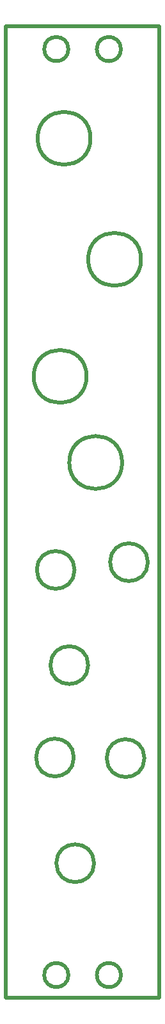
<source format=gbr>
%TF.GenerationSoftware,KiCad,Pcbnew,(7.0.0)*%
%TF.CreationDate,2023-03-26T18:05:45-07:00*%
%TF.ProjectId,frontpanel,66726f6e-7470-4616-9e65-6c2e6b696361,rev?*%
%TF.SameCoordinates,Original*%
%TF.FileFunction,Profile,NP*%
%FSLAX46Y46*%
G04 Gerber Fmt 4.6, Leading zero omitted, Abs format (unit mm)*
G04 Created by KiCad (PCBNEW (7.0.0)) date 2023-03-26 18:05:45*
%MOMM*%
%LPD*%
G01*
G04 APERTURE LIST*
%TA.AperFunction,Profile*%
%ADD10C,0.500000*%
%TD*%
G04 APERTURE END LIST*
D10*
X33980000Y-22300000D02*
G75*
G03*
X33980000Y-22300000I-1600000J0D01*
G01*
X25700000Y-19300000D02*
X46019999Y-19300000D01*
X46019999Y-19300000D02*
X46019999Y-147800000D01*
X46019999Y-147800000D02*
X25700000Y-147800000D01*
X25700000Y-147800000D02*
X25700000Y-19300000D01*
X40939999Y-22300000D02*
G75*
G03*
X40939999Y-22300000I-1600000J0D01*
G01*
X36600000Y-103800000D02*
G75*
G03*
X36600000Y-103800000I-2500000J0D01*
G01*
X36910000Y-34099107D02*
G75*
G03*
X36910000Y-34099107I-3500000J0D01*
G01*
X41099107Y-76990000D02*
G75*
G03*
X41099107Y-76990000I-3500000J0D01*
G01*
X36390000Y-65600892D02*
G75*
G03*
X36390000Y-65600892I-3500000J0D01*
G01*
X44050000Y-116100000D02*
G75*
G03*
X44050000Y-116100000I-2500000J0D01*
G01*
X44500000Y-90180000D02*
G75*
G03*
X44500000Y-90180000I-2500000J0D01*
G01*
X37380000Y-129999999D02*
G75*
G03*
X37380000Y-129999999I-2500000J0D01*
G01*
X43600892Y-50110000D02*
G75*
G03*
X43600892Y-50110000I-3500000J0D01*
G01*
X34800000Y-91200000D02*
G75*
G03*
X34800000Y-91200000I-2500000J0D01*
G01*
X40939999Y-144800000D02*
G75*
G03*
X40939999Y-144800000I-1600000J0D01*
G01*
X34700000Y-116020000D02*
G75*
G03*
X34700000Y-116020000I-2500000J0D01*
G01*
X33980000Y-144800000D02*
G75*
G03*
X33980000Y-144800000I-1600000J0D01*
G01*
M02*

</source>
